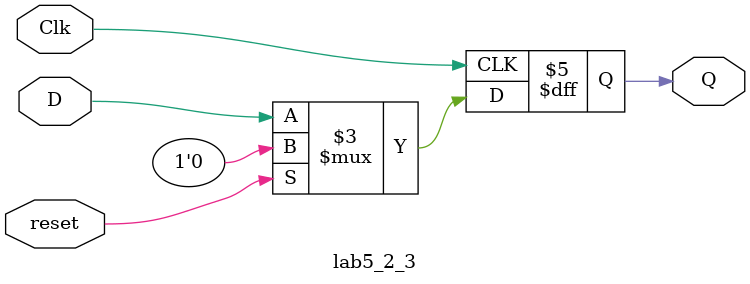
<source format=v>
`timescale 1ns / 1ps


module lab5_2_3(
    input Clk,D,reset,
    output reg Q
    );
    always @(posedge Clk)
    if (reset)
        begin
        Q <= 1'b0;
        end 
    else
    begin
        Q <= D;
    end
endmodule

</source>
